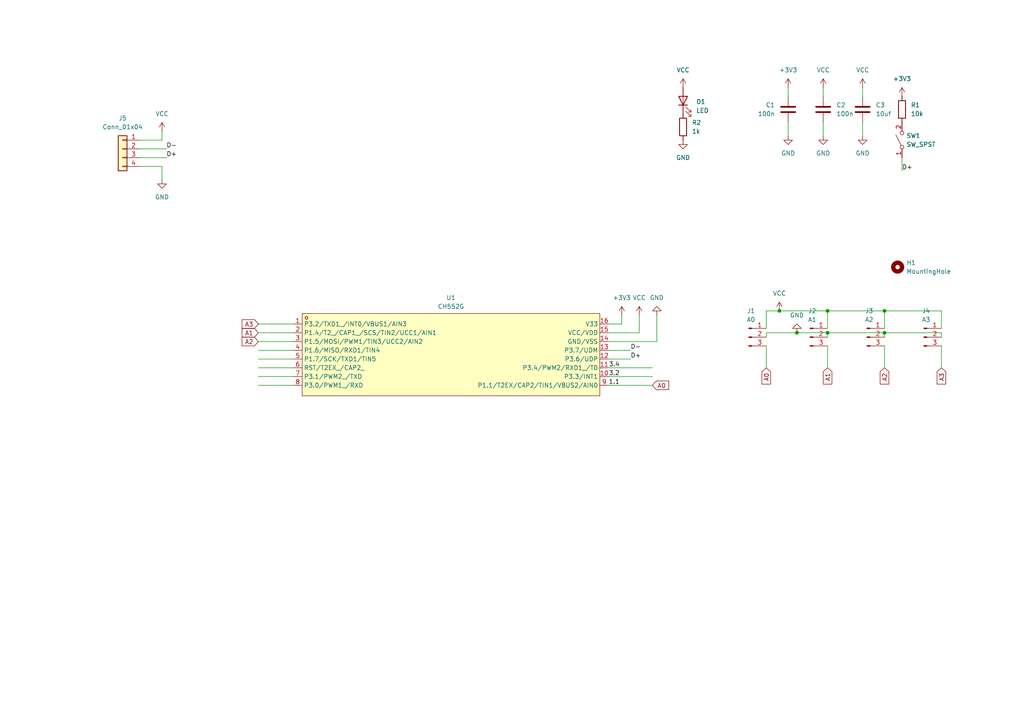
<source format=kicad_sch>
(kicad_sch (version 20250114) (generator "eeschema") (generator_version "9.0")
  (paper "A4")
  (lib_symbols
    (symbol "Connector:Conn_01x03_Pin" (pin_names (offset 1.016) (hide yes))
      (property "Reference" "J" (at 0 5.08 0))
      (property "Value" "Conn_01x03_Pin" (at 0 -5.08 0))
      (symbol "Conn_01x03_Pin_1_1"
        (rectangle (start 0.8636 2.667) (end 0 2.413) (stroke (width 0.1524)) (fill (type outline)))
        (rectangle (start 0.8636 0.127) (end 0 -0.127) (stroke (width 0.1524)) (fill (type outline)))
        (rectangle (start 0.8636 -2.413) (end 0 -2.667) (stroke (width 0.1524)) (fill (type outline)))
        (polyline (pts (xy 1.27 2.54) (xy 0.8636 2.54)) (stroke (width 0.1524)))
        (polyline (pts (xy 1.27 0) (xy 0.8636 0)) (stroke (width 0.1524)))
        (polyline (pts (xy 1.27 -2.54) (xy 0.8636 -2.54)) (stroke (width 0.1524)))
        (pin passive line (at 5.08 2.54 180) (length 3.81) (name "Pin_1") (number "1"))
        (pin passive line (at 5.08 0 180) (length 3.81) (name "Pin_2") (number "2"))
        (pin passive line (at 5.08 -2.54 180) (length 3.81) (name "Pin_3") (number "3"))
      )
    )
    (symbol "Connector_Generic:Conn_01x04" (pin_names (offset 1.016) (hide yes))
      (property "Reference" "J" (at 0 5.08 0))
      (property "Value" "Conn_01x04" (at 0 -7.62 0))
      (symbol "Conn_01x04_1_1"
        (rectangle (start -1.27 3.81) (end 1.27 -6.35) (stroke (width 0.254)) (fill (type background)))
        (rectangle (start -1.27 2.667) (end 0 2.413) (stroke (width 0.1524)))
        (rectangle (start -1.27 0.127) (end 0 -0.127) (stroke (width 0.1524)))
        (rectangle (start -1.27 -2.413) (end 0 -2.667) (stroke (width 0.1524)))
        (rectangle (start -1.27 -4.953) (end 0 -5.207) (stroke (width 0.1524)))
        (pin passive line (at -5.08 2.54 0) (length 3.81) (name "Pin_1") (number "1"))
        (pin passive line (at -5.08 0 0) (length 3.81) (name "Pin_2") (number "2"))
        (pin passive line (at -5.08 -2.54 0) (length 3.81) (name "Pin_3") (number "3"))
        (pin passive line (at -5.08 -5.08 0) (length 3.81) (name "Pin_4") (number "4"))
      )
    )
    (symbol "Device:C" (pin_numbers (hide yes)) (pin_names (offset 0.254))
      (property "Reference" "C" (at 0.635 2.54 0))
      (property "Value" "C" (at 0.635 -2.54 0))
      (symbol "C_0_1"
        (polyline (pts (xy -2.032 0.762) (xy 2.032 0.762)) (stroke (width 0.508)))
        (polyline (pts (xy -2.032 -0.762) (xy 2.032 -0.762)) (stroke (width 0.508)))
      )
      (symbol "C_1_1"
        (pin passive line (at 0 3.81 270) (length 2.794) (name "~") (number "1"))
        (pin passive line (at 0 -3.81 90) (length 2.794) (name "~") (number "2"))
      )
    )
    (symbol "Device:LED" (pin_numbers (hide yes)) (pin_names (offset 1.016) (hide yes))
      (property "Reference" "D" (at 0 2.54 0))
      (property "Value" "LED" (at 0 -2.54 0))
      (symbol "LED_0_1"
        (polyline (pts (xy -3.048 -0.762) (xy -4.572 -2.286) (xy -3.81 -2.286) (xy -4.572 -2.286) (xy -4.572 -1.524)))
        (polyline (pts (xy -1.778 -0.762) (xy -3.302 -2.286) (xy -2.54 -2.286) (xy -3.302 -2.286) (xy -3.302 -1.524)))
        (polyline (pts (xy -1.27 0) (xy 1.27 0)))
        (polyline (pts (xy -1.27 -1.27) (xy -1.27 1.27)) (stroke (width 0.254)))
        (polyline (pts (xy 1.27 -1.27) (xy 1.27 1.27) (xy -1.27 0) (xy 1.27 -1.27)) (stroke (width 0.254)))
      )
      (symbol "LED_1_1"
        (pin passive line (at -3.81 0 0) (length 2.54) (name "K") (number "1"))
        (pin passive line (at 3.81 0 180) (length 2.54) (name "A") (number "2"))
      )
    )
    (symbol "Device:R" (pin_numbers (hide yes)) (pin_names (offset 0))
      (property "Reference" "R" (at 2.032 0 90))
      (property "Value" "R" (at 0 0 90))
      (symbol "R_0_1"
        (rectangle (start -1.016 -2.54) (end 1.016 2.54) (stroke (width 0.254)))
      )
      (symbol "R_1_1"
        (pin passive line (at 0 3.81 270) (length 1.27) (name "~") (number "1"))
        (pin passive line (at 0 -3.81 90) (length 1.27) (name "~") (number "2"))
      )
    )
    (symbol "Mechanical:MountingHole" (pin_names (offset 1.016)) (in_bom no)
      (property "Reference" "H" (at 0 5.08 0))
      (property "Value" "MountingHole" (at 0 3.175 0))
      (symbol "MountingHole_0_1"
        (circle (center 0 0) (radius 1.27) (stroke (width 1.27)))
      )
    )
    (symbol "Switch:SW_SPST" (pin_names (offset 0) (hide yes))
      (property "Reference" "SW" (at 0 3.175 0))
      (property "Value" "SW_SPST" (at 0 -2.54 0))
      (symbol "SW_SPST_0_0"
        (circle (center -2.032 0) (radius 0.508))
        (polyline (pts (xy -1.524 0.254) (xy 1.524 1.778)))
        (circle (center 2.032 0) (radius 0.508))
      )
      (symbol "SW_SPST_1_1"
        (pin passive line (at -5.08 0 0) (length 2.54) (name "A") (number "1"))
        (pin passive line (at 5.08 0 180) (length 2.54) (name "B") (number "2"))
      )
    )
    (symbol "mylib:CH552G"
      (property "Reference" "U" (at 0 13.97 0))
      (property "Value" "CH552G" (at 0 -13.97 0))
      (symbol "CH552G_0_1"
        (rectangle (start -43.18 11.94) (end 43.18 -11.94) (fill (type background)))
        (circle (center -41.91 10.67) (radius 0.38))
        (circle (center -41.91 10.67) (radius 0.38))
        (pin unspecified line (at -45.72 8.89 0) (length 2.54) (name "P3.2/TXD1_/INT0/VBUS1/AIN3") (number "1"))
        (pin unspecified line (at -45.72 6.35 0) (length 2.54) (name "P1.4/T2_/CAP1_/SCS/TIN2/UCC1/AIN1") (number "2"))
        (pin unspecified line (at -45.72 3.81 0) (length 2.54) (name "P1.5/MOSI/PWM1/TIN3/UCC2/AIN2") (number "3"))
        (pin unspecified line (at -45.72 1.27 0) (length 2.54) (name "P1.6/MISO/RXD1/TIN4") (number "4"))
        (pin unspecified line (at -45.72 -1.27 0) (length 2.54) (name "P1.7/SCK/TXD1/TIN5") (number "5"))
        (pin unspecified line (at -45.72 -3.81 0) (length 2.54) (name "RST/T2EX_/CAP2_") (number "6"))
        (pin unspecified line (at -45.72 -6.35 0) (length 2.54) (name "P3.1/PWM2_/TXD") (number "7"))
        (pin unspecified line (at -45.72 -8.89 0) (length 2.54) (name "P3.0/PWM1_/RXD") (number "8"))
        (pin unspecified line (at 45.72 8.89 180) (length 2.54) (name "V33") (number "16"))
        (pin unspecified line (at 45.72 6.35 180) (length 2.54) (name "VCC/VDD") (number "15"))
        (pin unspecified line (at 45.72 3.81 180) (length 2.54) (name "GND/VSS") (number "14"))
        (pin unspecified line (at 45.72 1.27 180) (length 2.54) (name "P3.7/UDM") (number "13"))
        (pin unspecified line (at 45.72 -1.27 180) (length 2.54) (name "P3.6/UDP") (number "12"))
        (pin unspecified line (at 45.72 -3.81 180) (length 2.54) (name "P3.4/PWM2/RXD1_/T0") (number "11"))
        (pin unspecified line (at 45.72 -6.35 180) (length 2.54) (name "P3.3/INT1") (number "10"))
        (pin unspecified line (at 45.72 -8.89 180) (length 2.54) (name "P1.1/T2EX/CAP2/TIN1/VBUS2/AIN0") (number "9"))
      )
    )
    (symbol "power:+3V3" (power) (pin_numbers (hide yes)) (pin_names (offset 0) (hide yes))
      (property "Value" "+3V3" (at 0 3.556 0))
      (symbol "+3V3_0_1"
        (polyline (pts (xy -0.762 1.27) (xy 0 2.54)))
        (polyline (pts (xy 0 2.54) (xy 0.762 1.27)))
        (polyline (pts (xy 0 0) (xy 0 2.54)))
      )
      (symbol "+3V3_1_1"
        (pin power_in line (at 0 0 90) (length 0) (name "~") (number "1"))
      )
    )
    (symbol "power:GND" (power) (pin_numbers (hide yes)) (pin_names (offset 0) (hide yes))
      (property "Value" "GND" (at 0 -3.81 0))
      (symbol "GND_0_1"
        (polyline (pts (xy 0 0) (xy 0 -1.27) (xy 1.27 -1.27) (xy 0 -2.54) (xy -1.27 -1.27) (xy 0 -1.27)))
      )
      (symbol "GND_1_1"
        (pin power_in line (at 0 0 270) (length 0) (name "~") (number "1"))
      )
    )
    (symbol "power:VCC" (power) (pin_numbers (hide yes)) (pin_names (offset 0) (hide yes))
      (property "Value" "VCC" (at 0 3.556 0))
      (symbol "VCC_0_1"
        (polyline (pts (xy -0.762 1.27) (xy 0 2.54)))
        (polyline (pts (xy 0 2.54) (xy 0.762 1.27)))
        (polyline (pts (xy 0 0) (xy 0 2.54)))
      )
      (symbol "VCC_1_1"
        (pin power_in line (at 0 0 90) (length 0) (name "~") (number "1"))
      )
    )
  )
  (junction (at 240.03 90.17))
  (junction (at 256.54 90.17))
  (junction (at 226.06 90.17))
  (junction (at 231.14 96.52))
  (junction (at 240.03 96.52))
  (junction (at 256.54 96.52))
  (wire (pts (xy 240.03 100.33) (xy 240.03 106.68)))
  (wire (pts (xy 222.25 90.17) (xy 226.06 90.17)))
  (wire (pts (xy 74.93 101.6) (xy 85.09 101.6)))
  (wire (pts (xy 74.93 104.14) (xy 85.09 104.14)))
  (wire (pts (xy 250.19 25.4) (xy 250.19 27.94)))
  (wire (pts (xy 176.53 93.98) (xy 180.34 93.98)))
  (wire (pts (xy 240.03 90.17) (xy 240.03 95.25)))
  (wire (pts (xy 190.5 99.06) (xy 190.5 91.44)))
  (wire (pts (xy 256.54 100.33) (xy 256.54 106.68)))
  (wire (pts (xy 228.6 25.4) (xy 228.6 27.94)))
  (wire (pts (xy 40.64 48.26) (xy 46.99 48.26)))
  (wire (pts (xy 48.26 45.72) (xy 40.64 45.72)))
  (wire (pts (xy 46.99 40.64) (xy 46.99 38.1)))
  (wire (pts (xy 46.99 48.26) (xy 46.99 52.07)))
  (wire (pts (xy 231.14 96.52) (xy 240.03 96.52)))
  (wire (pts (xy 74.93 96.52) (xy 85.09 96.52)))
  (wire (pts (xy 176.53 96.52) (xy 185.42 96.52)))
  (wire (pts (xy 222.25 96.52) (xy 222.25 97.79)))
  (wire (pts (xy 256.54 90.17) (xy 273.05 90.17)))
  (wire (pts (xy 48.26 43.18) (xy 40.64 43.18)))
  (wire (pts (xy 74.93 93.98) (xy 85.09 93.98)))
  (wire (pts (xy 222.25 90.17) (xy 222.25 95.25)))
  (wire (pts (xy 182.88 101.6) (xy 176.53 101.6)))
  (wire (pts (xy 238.76 25.4) (xy 238.76 27.94)))
  (wire (pts (xy 261.62 49.53) (xy 261.62 45.72)))
  (wire (pts (xy 74.93 99.06) (xy 85.09 99.06)))
  (wire (pts (xy 273.05 100.33) (xy 273.05 106.68)))
  (wire (pts (xy 256.54 90.17) (xy 256.54 95.25)))
  (wire (pts (xy 176.53 109.22) (xy 189.23 109.22)))
  (wire (pts (xy 222.25 100.33) (xy 222.25 106.68)))
  (wire (pts (xy 240.03 96.52) (xy 256.54 96.52)))
  (wire (pts (xy 273.05 90.17) (xy 273.05 95.25)))
  (wire (pts (xy 226.06 90.17) (xy 240.03 90.17)))
  (wire (pts (xy 222.25 96.52) (xy 231.14 96.52)))
  (wire (pts (xy 176.53 111.76) (xy 189.23 111.76)))
  (wire (pts (xy 240.03 90.17) (xy 256.54 90.17)))
  (wire (pts (xy 176.53 99.06) (xy 190.5 99.06)))
  (wire (pts (xy 182.88 104.14) (xy 176.53 104.14)))
  (wire (pts (xy 74.93 111.76) (xy 85.09 111.76)))
  (wire (pts (xy 273.05 96.52) (xy 273.05 97.79)))
  (wire (pts (xy 180.34 93.98) (xy 180.34 91.44)))
  (wire (pts (xy 185.42 96.52) (xy 185.42 91.44)))
  (wire (pts (xy 256.54 96.52) (xy 256.54 97.79)))
  (wire (pts (xy 240.03 96.52) (xy 240.03 97.79)))
  (wire (pts (xy 238.76 35.56) (xy 238.76 39.37)))
  (wire (pts (xy 74.93 109.22) (xy 85.09 109.22)))
  (wire (pts (xy 40.64 40.64) (xy 46.99 40.64)))
  (wire (pts (xy 176.53 106.68) (xy 189.23 106.68)))
  (wire (pts (xy 228.6 35.56) (xy 228.6 39.37)))
  (wire (pts (xy 256.54 96.52) (xy 273.05 96.52)))
  (wire (pts (xy 250.19 35.56) (xy 250.19 39.37)))
  (wire (pts (xy 74.93 106.68) (xy 85.09 106.68)))
  (label "D+" (at 48.26 45.72 0))
  (label "1.1" (at 176.53 111.76 0))
  (label "3.2" (at 176.53 109.22 0))
  (label "D+" (at 261.62 49.53 0))
  (label "D-" (at 48.26 43.18 0))
  (label "3.4" (at 176.53 106.68 0))
  (label "D+" (at 182.88 104.14 0))
  (label "D-" (at 182.88 101.6 0))
  (global_label "A1" (shape input) (at 74.93 96.52 180) (property "Intersheetrefs" "${INTERSHEET_REFS}" (effects (hide yes))))
  (global_label "A0" (shape input) (at 189.23 111.76 0) (property "Intersheetrefs" "${INTERSHEET_REFS}" (effects (hide yes))))
  (global_label "A2" (shape input) (at 74.93 99.06 180) (property "Intersheetrefs" "${INTERSHEET_REFS}" (effects (hide yes))))
  (global_label "A0" (shape input) (at 222.25 106.68 270) (property "Intersheetrefs" "${INTERSHEET_REFS}" (effects (hide yes))))
  (global_label "A3" (shape input) (at 74.93 93.98 180) (property "Intersheetrefs" "${INTERSHEET_REFS}" (effects (hide yes))))
  (global_label "A3" (shape input) (at 273.05 106.68 270) (property "Intersheetrefs" "${INTERSHEET_REFS}" (effects (hide yes))))
  (global_label "A1" (shape input) (at 240.03 106.68 270) (property "Intersheetrefs" "${INTERSHEET_REFS}" (effects (hide yes))))
  (global_label "A2" (shape input) (at 256.54 106.68 270) (property "Intersheetrefs" "${INTERSHEET_REFS}" (effects (hide yes))))
  (symbol (lib_id "power:VCC") (at 226.06 90.17 0) (unit 1)
    (property "Reference" "#PWR017" (effects (hide yes)))
    (property "Value" "VCC" (at 226.06 85.09 0))
    (property "Description" "Power symbol creates a global label with name \"VCC\"" (effects (hide yes)))
  )
  (symbol (lib_id "Device:C") (at 228.6 31.75 0) (mirror y) (unit 1)
    (property "Reference" "C1" (at 224.79 30.4799 0) (effects (justify left)))
    (property "Value" "100n" (at 224.79 33.0199 0) (effects (justify left)))
    (property "Footprint" "Capacitor_SMD:C_0603_1608Metric" (effects (hide yes)))
    (property "Description" "Unpolarized capacitor" (effects (hide yes)))
  )
  (symbol (lib_id "power:VCC") (at 46.99 38.1 0) (unit 1)
    (property "Reference" "#PWR04" (effects (hide yes)))
    (property "Value" "VCC" (at 46.99 33.02 0))
    (property "Description" "Power symbol creates a global label with name \"VCC\"" (effects (hide yes)))
  )
  (symbol (lib_id "Connector_Generic:Conn_01x04") (at 35.56 43.18 0) (mirror y) (unit 1)
    (property "Reference" "J5" (at 35.56 34.29 0))
    (property "Value" "Conn_01x04" (at 35.56 36.83 0))
    (property "Footprint" "Connector_PinSocket_2.54mm:PinSocket_1x04_P2.54mm_Vertical" (effects (hide yes)))
    (property "Description" "Generic connector, single row, 01x04, script generated (kicad-library-utils/schlib/autogen/connector/)" (effects (hide yes)))
  )
  (symbol (lib_id "mylib:CH552G") (at 130.81 102.87 0) (unit 1)
    (property "Reference" "U1" (at 130.81 86.36 0))
    (property "Value" "CH552G" (at 130.81 88.9 0))
    (property "Footprint" "mylib:SOP-16_L10.0-W3.9-P1.27-LS6.0-BL" (effects (hide yes)))
    (property "Datasheet" "https://lcsc.com/product-detail/USB_CH552G_C111292.html" (effects (hide yes)))
    (property "LCSC Part" "C111292" (effects (hide yes)))
  )
  (symbol (lib_id "power:GND") (at 250.19 39.37 0) (unit 1)
    (property "Reference" "#PWR019" (effects (hide yes)))
    (property "Value" "GND" (at 250.19 44.45 0))
    (property "Description" "Power symbol creates a global label with name \"GND\" , ground" (effects (hide yes)))
  )
  (symbol (lib_id "Device:C") (at 250.19 31.75 0) (unit 1)
    (property "Reference" "C3" (at 254 30.4799 0) (effects (justify left)))
    (property "Value" "10uf" (at 254 33.0199 0) (effects (justify left)))
    (property "Footprint" "Capacitor_SMD:C_0805_2012Metric" (effects (hide yes)))
    (property "Description" "Unpolarized capacitor" (effects (hide yes)))
  )
  (symbol (lib_id "power:GND") (at 228.6 39.37 0) (unit 1)
    (property "Reference" "#PWR07" (effects (hide yes)))
    (property "Value" "GND" (at 228.6 44.45 0))
    (property "Description" "Power symbol creates a global label with name \"GND\" , ground" (effects (hide yes)))
  )
  (symbol (lib_id "power:GND") (at 46.99 52.07 0) (unit 1)
    (property "Reference" "#PWR010" (effects (hide yes)))
    (property "Value" "GND" (at 46.99 57.15 0))
    (property "Description" "Power symbol creates a global label with name \"GND\" , ground" (effects (hide yes)))
  )
  (symbol (lib_id "power:VCC") (at 238.76 25.4 0) (unit 1)
    (property "Reference" "#PWR03" (effects (hide yes)))
    (property "Value" "VCC" (at 238.76 20.32 0))
    (property "Description" "Power symbol creates a global label with name \"VCC\"" (effects (hide yes)))
  )
  (symbol (lib_id "power:VCC") (at 250.19 25.4 0) (unit 1)
    (property "Reference" "#PWR018" (effects (hide yes)))
    (property "Value" "VCC" (at 250.19 20.32 0))
    (property "Description" "Power symbol creates a global label with name \"VCC\"" (effects (hide yes)))
  )
  (symbol (lib_id "Device:LED") (at 198.12 29.21 90) (unit 1)
    (property "Reference" "D1" (at 201.93 29.5274 90) (effects (justify right)))
    (property "Value" "LED" (at 201.93 32.0674 90) (effects (justify right)))
    (property "Footprint" "LED_SMD:LED_1206_3216Metric" (effects (hide yes)))
    (property "Description" "Light emitting diode" (effects (hide yes)))
    (property "Sim.Pins" "1=K 2=A" (effects (hide yes)))
  )
  (symbol (lib_id "power:+3V3") (at 261.62 27.94 0) (unit 1)
    (property "Reference" "#PWR05" (effects (hide yes)))
    (property "Value" "+3V3" (at 261.62 22.86 0))
    (property "Description" "Power symbol creates a global label with name \"+3V3\"" (effects (hide yes)))
  )
  (symbol (lib_id "Connector:Conn_01x03_Pin") (at 267.97 97.79 0) (unit 1)
    (property "Reference" "J4" (at 268.605 90.17 0))
    (property "Value" "A3" (at 268.605 92.71 0))
    (property "Footprint" "Connector_PinSocket_2.00mm:PinSocket_1x03_P2.00mm_Vertical" (effects (hide yes)))
    (property "Description" "Generic connector, single row, 01x03, script generated" (effects (hide yes)))
  )
  (symbol (lib_id "power:GND") (at 190.5 91.44 180) (unit 1)
    (property "Reference" "#PWR016" (effects (hide yes)))
    (property "Value" "GND" (at 190.5 86.36 0))
    (property "Description" "Power symbol creates a global label with name \"GND\" , ground" (effects (hide yes)))
  )
  (symbol (lib_id "power:VCC") (at 198.12 25.4 0) (unit 1)
    (property "Reference" "#PWR01" (effects (hide yes)))
    (property "Value" "VCC" (at 198.12 20.32 0))
    (property "Description" "Power symbol creates a global label with name \"VCC\"" (effects (hide yes)))
  )
  (symbol (lib_id "Device:R") (at 261.62 31.75 0) (unit 1)
    (property "Reference" "R1" (at 264.16 30.4799 0) (effects (justify left)))
    (property "Value" "10k" (at 264.16 33.0199 0) (effects (justify left)))
    (property "Footprint" "Resistor_SMD:R_1206_3216Metric" (effects (hide yes)))
    (property "Description" "Resistor" (effects (hide yes)))
  )
  (symbol (lib_id "Mechanical:MountingHole") (at 260.35 77.47 0) (unit 1) (in_bom no)
    (property "Reference" "H1" (at 262.89 76.1999 0) (effects (justify left)))
    (property "Value" "MountingHole" (at 262.89 78.7399 0) (effects (justify left)))
    (property "Footprint" "MountingHole:MountingHole_2.1mm" (effects (hide yes)))
    (property "Description" "Mounting Hole without connection" (effects (hide yes)))
  )
  (symbol (lib_id "Switch:SW_SPST") (at 261.62 40.64 90) (unit 1)
    (property "Reference" "SW1" (at 262.89 39.3699 90) (effects (justify right)))
    (property "Value" "SW_SPST" (at 262.89 41.9099 90) (effects (justify right)))
    (property "Footprint" "Button_Switch_SMD:SW_Tactile_SPST_NO_Straight_CK_PTS636Sx25SMTRLFS" (effects (hide yes)))
    (property "Description" "Single Pole Single Throw (SPST) switch" (effects (hide yes)))
  )
  (symbol (lib_id "Connector:Conn_01x03_Pin") (at 251.46 97.79 0) (unit 1)
    (property "Reference" "J3" (at 252.095 90.17 0))
    (property "Value" "A2" (at 252.095 92.71 0))
    (property "Footprint" "Connector_PinSocket_2.00mm:PinSocket_1x03_P2.00mm_Vertical" (effects (hide yes)))
    (property "Description" "Generic connector, single row, 01x03, script generated" (effects (hide yes)))
  )
  (symbol (lib_id "power:VCC") (at 185.42 91.44 0) (unit 1)
    (property "Reference" "#PWR015" (effects (hide yes)))
    (property "Value" "VCC" (at 185.42 86.36 0))
    (property "Description" "Power symbol creates a global label with name \"VCC\"" (effects (hide yes)))
  )
  (symbol (lib_id "power:GND") (at 198.12 40.64 0) (unit 1)
    (property "Reference" "#PWR09" (effects (hide yes)))
    (property "Value" "GND" (at 198.12 45.72 0))
    (property "Description" "Power symbol creates a global label with name \"GND\" , ground" (effects (hide yes)))
  )
  (symbol (lib_id "power:+3V3") (at 228.6 25.4 0) (unit 1)
    (property "Reference" "#PWR02" (effects (hide yes)))
    (property "Value" "+3V3" (at 228.6 20.32 0))
    (property "Description" "Power symbol creates a global label with name \"+3V3\"" (effects (hide yes)))
  )
  (symbol (lib_id "Connector:Conn_01x03_Pin") (at 217.17 97.79 0) (unit 1)
    (property "Reference" "J1" (at 217.805 90.17 0))
    (property "Value" "A0" (at 217.805 92.71 0))
    (property "Footprint" "Connector_PinSocket_2.00mm:PinSocket_1x03_P2.00mm_Vertical" (effects (hide yes)))
    (property "Description" "Generic connector, single row, 01x03, script generated" (effects (hide yes)))
  )
  (symbol (lib_id "Device:C") (at 238.76 31.75 0) (unit 1)
    (property "Reference" "C2" (at 242.57 30.4799 0) (effects (justify left)))
    (property "Value" "100n" (at 242.57 33.0199 0) (effects (justify left)))
    (property "Footprint" "Capacitor_SMD:C_0603_1608Metric" (effects (hide yes)))
    (property "Description" "Unpolarized capacitor" (effects (hide yes)))
  )
  (symbol (lib_id "Device:R") (at 198.12 36.83 0) (unit 1)
    (property "Reference" "R2" (at 200.66 35.5599 0) (effects (justify left)))
    (property "Value" "1k" (at 200.66 38.0999 0) (effects (justify left)))
    (property "Footprint" "Resistor_SMD:R_1206_3216Metric" (effects (hide yes)))
    (property "Description" "Resistor" (effects (hide yes)))
  )
  (symbol (lib_id "power:GND") (at 238.76 39.37 0) (unit 1)
    (property "Reference" "#PWR08" (effects (hide yes)))
    (property "Value" "GND" (at 238.76 44.45 0))
    (property "Description" "Power symbol creates a global label with name \"GND\" , ground" (effects (hide yes)))
  )
  (symbol (lib_id "power:+3V3") (at 180.34 91.44 0) (unit 1)
    (property "Reference" "#PWR014" (effects (hide yes)))
    (property "Value" "+3V3" (at 180.34 86.36 0))
    (property "Description" "Power symbol creates a global label with name \"+3V3\"" (effects (hide yes)))
  )
  (symbol (lib_id "Connector:Conn_01x03_Pin") (at 234.95 97.79 0) (unit 1)
    (property "Reference" "J2" (at 235.585 90.17 0))
    (property "Value" "A1" (at 235.585 92.71 0))
    (property "Footprint" "Connector_PinSocket_2.00mm:PinSocket_1x03_P2.00mm_Vertical" (effects (hide yes)))
    (property "Description" "Generic connector, single row, 01x03, script generated" (effects (hide yes)))
  )
  (symbol (lib_id "power:GND") (at 231.14 96.52 180) (unit 1)
    (property "Reference" "#PWR020" (effects (hide yes)))
    (property "Value" "GND" (at 231.14 91.44 0))
    (property "Description" "Power symbol creates a global label with name \"GND\" , ground" (effects (hide yes)))
  )
)
</source>
